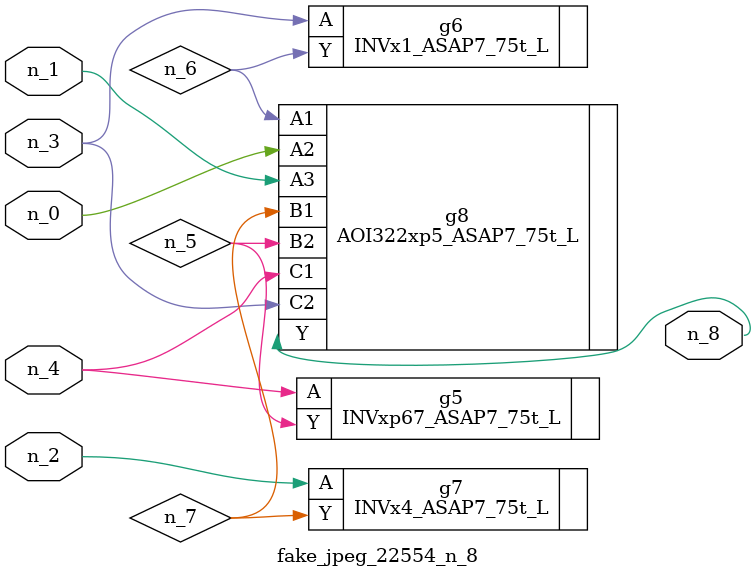
<source format=v>
module fake_jpeg_22554_n_8 (n_3, n_2, n_1, n_0, n_4, n_8);

input n_3;
input n_2;
input n_1;
input n_0;
input n_4;

output n_8;

wire n_6;
wire n_5;
wire n_7;

INVxp67_ASAP7_75t_L g5 ( 
.A(n_4),
.Y(n_5)
);

INVx1_ASAP7_75t_L g6 ( 
.A(n_3),
.Y(n_6)
);

INVx4_ASAP7_75t_L g7 ( 
.A(n_2),
.Y(n_7)
);

AOI322xp5_ASAP7_75t_L g8 ( 
.A1(n_6),
.A2(n_0),
.A3(n_1),
.B1(n_7),
.B2(n_5),
.C1(n_4),
.C2(n_3),
.Y(n_8)
);


endmodule
</source>
